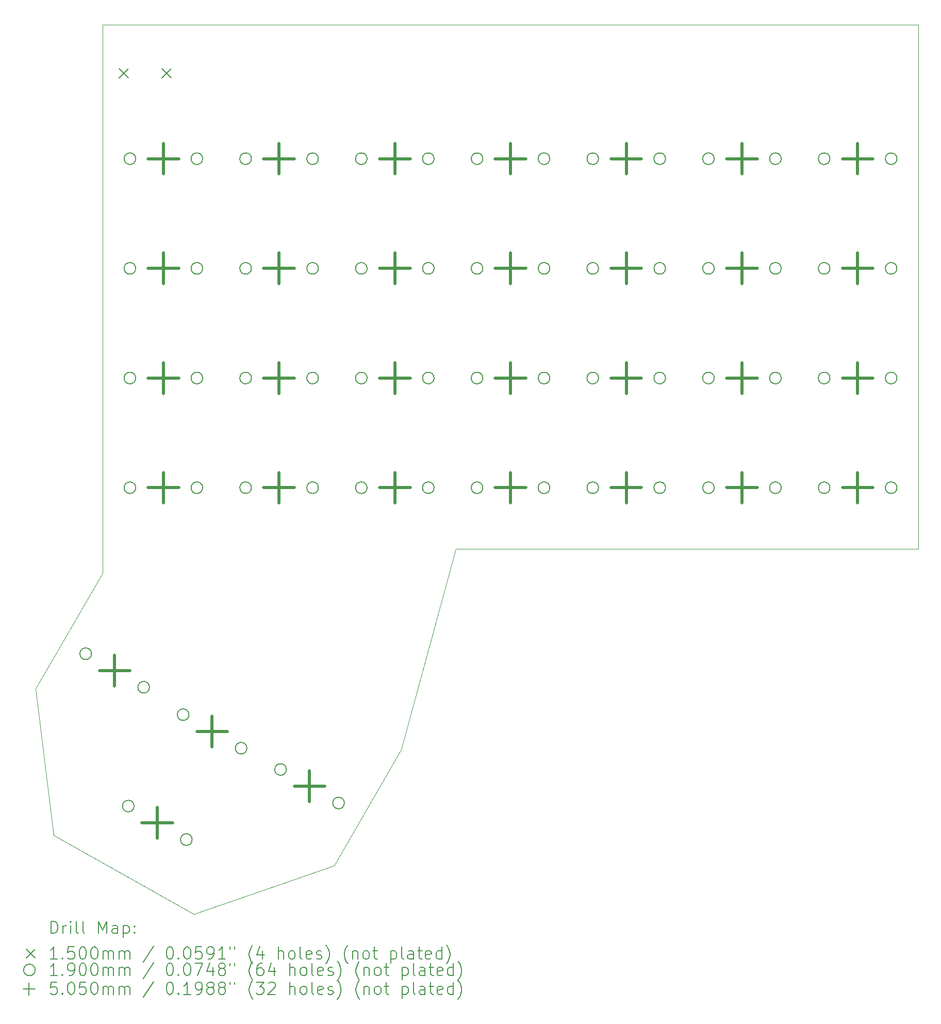
<source format=gbr>
%TF.GenerationSoftware,KiCad,Pcbnew,(6.0.11)*%
%TF.CreationDate,2023-05-24T14:32:10-07:00*%
%TF.ProjectId,keeb,6b656562-2e6b-4696-9361-645f70636258,rev?*%
%TF.SameCoordinates,Original*%
%TF.FileFunction,Drillmap*%
%TF.FilePolarity,Positive*%
%FSLAX45Y45*%
G04 Gerber Fmt 4.5, Leading zero omitted, Abs format (unit mm)*
G04 Created by KiCad (PCBNEW (6.0.11)) date 2023-05-24 14:32:10*
%MOMM*%
%LPD*%
G01*
G04 APERTURE LIST*
%ADD10C,0.100000*%
%ADD11C,0.200000*%
%ADD12C,0.150000*%
%ADD13C,0.190000*%
%ADD14C,0.505000*%
G04 APERTURE END LIST*
D10*
X7900000Y-4700000D02*
X7900000Y-3300000D01*
X13700000Y-11900000D02*
X12800000Y-15200000D01*
X9400000Y-17900000D02*
X11700000Y-17100000D01*
X7900000Y-4700000D02*
X7900000Y-12300000D01*
X21300000Y-11900000D02*
X13700000Y-11900000D01*
X7900000Y-3300000D02*
X21300000Y-3300000D01*
X12800000Y-15200000D02*
X11700000Y-17100000D01*
X21300000Y-3300000D02*
X21300000Y-11900000D01*
X7900000Y-12300000D02*
X6800000Y-14200000D01*
X7100000Y-16600000D02*
X6800000Y-14200000D01*
X9400000Y-17900000D02*
X7100000Y-16600000D01*
D11*
D12*
X8174500Y-4025000D02*
X8324500Y-4175000D01*
X8324500Y-4025000D02*
X8174500Y-4175000D01*
X8174500Y-4025000D02*
X8324500Y-4175000D01*
X8324500Y-4025000D02*
X8174500Y-4175000D01*
X8874500Y-4025000D02*
X9024500Y-4175000D01*
X9024500Y-4025000D02*
X8874500Y-4175000D01*
X8874500Y-4025000D02*
X9024500Y-4175000D01*
X9024500Y-4025000D02*
X8874500Y-4175000D01*
D13*
X7718686Y-13625000D02*
G75*
G03*
X7718686Y-13625000I-95000J0D01*
G01*
X8418686Y-16125000D02*
G75*
G03*
X8418686Y-16125000I-95000J0D01*
G01*
X8445000Y-5500000D02*
G75*
G03*
X8445000Y-5500000I-95000J0D01*
G01*
X8445000Y-7300000D02*
G75*
G03*
X8445000Y-7300000I-95000J0D01*
G01*
X8445000Y-9100000D02*
G75*
G03*
X8445000Y-9100000I-95000J0D01*
G01*
X8445000Y-10900000D02*
G75*
G03*
X8445000Y-10900000I-95000J0D01*
G01*
X8671314Y-14175000D02*
G75*
G03*
X8671314Y-14175000I-95000J0D01*
G01*
X9318686Y-14625000D02*
G75*
G03*
X9318686Y-14625000I-95000J0D01*
G01*
X9371314Y-16675000D02*
G75*
G03*
X9371314Y-16675000I-95000J0D01*
G01*
X9545000Y-5500000D02*
G75*
G03*
X9545000Y-5500000I-95000J0D01*
G01*
X9545000Y-7300000D02*
G75*
G03*
X9545000Y-7300000I-95000J0D01*
G01*
X9545000Y-9100000D02*
G75*
G03*
X9545000Y-9100000I-95000J0D01*
G01*
X9545000Y-10900000D02*
G75*
G03*
X9545000Y-10900000I-95000J0D01*
G01*
X10271314Y-15175000D02*
G75*
G03*
X10271314Y-15175000I-95000J0D01*
G01*
X10345000Y-5500000D02*
G75*
G03*
X10345000Y-5500000I-95000J0D01*
G01*
X10345000Y-7300000D02*
G75*
G03*
X10345000Y-7300000I-95000J0D01*
G01*
X10345000Y-9100000D02*
G75*
G03*
X10345000Y-9100000I-95000J0D01*
G01*
X10345000Y-10900000D02*
G75*
G03*
X10345000Y-10900000I-95000J0D01*
G01*
X10918686Y-15525000D02*
G75*
G03*
X10918686Y-15525000I-95000J0D01*
G01*
X11445000Y-5500000D02*
G75*
G03*
X11445000Y-5500000I-95000J0D01*
G01*
X11445000Y-7300000D02*
G75*
G03*
X11445000Y-7300000I-95000J0D01*
G01*
X11445000Y-9100000D02*
G75*
G03*
X11445000Y-9100000I-95000J0D01*
G01*
X11445000Y-10900000D02*
G75*
G03*
X11445000Y-10900000I-95000J0D01*
G01*
X11871314Y-16075000D02*
G75*
G03*
X11871314Y-16075000I-95000J0D01*
G01*
X12245000Y-5500000D02*
G75*
G03*
X12245000Y-5500000I-95000J0D01*
G01*
X12245000Y-7300000D02*
G75*
G03*
X12245000Y-7300000I-95000J0D01*
G01*
X12245000Y-9100000D02*
G75*
G03*
X12245000Y-9100000I-95000J0D01*
G01*
X12245000Y-10900000D02*
G75*
G03*
X12245000Y-10900000I-95000J0D01*
G01*
X13345000Y-5500000D02*
G75*
G03*
X13345000Y-5500000I-95000J0D01*
G01*
X13345000Y-7300000D02*
G75*
G03*
X13345000Y-7300000I-95000J0D01*
G01*
X13345000Y-9100000D02*
G75*
G03*
X13345000Y-9100000I-95000J0D01*
G01*
X13345000Y-10900000D02*
G75*
G03*
X13345000Y-10900000I-95000J0D01*
G01*
X14145000Y-5500000D02*
G75*
G03*
X14145000Y-5500000I-95000J0D01*
G01*
X14145000Y-7300000D02*
G75*
G03*
X14145000Y-7300000I-95000J0D01*
G01*
X14145000Y-9100000D02*
G75*
G03*
X14145000Y-9100000I-95000J0D01*
G01*
X14145000Y-10900000D02*
G75*
G03*
X14145000Y-10900000I-95000J0D01*
G01*
X15245000Y-5500000D02*
G75*
G03*
X15245000Y-5500000I-95000J0D01*
G01*
X15245000Y-7300000D02*
G75*
G03*
X15245000Y-7300000I-95000J0D01*
G01*
X15245000Y-9100000D02*
G75*
G03*
X15245000Y-9100000I-95000J0D01*
G01*
X15245000Y-10900000D02*
G75*
G03*
X15245000Y-10900000I-95000J0D01*
G01*
X16045000Y-5500000D02*
G75*
G03*
X16045000Y-5500000I-95000J0D01*
G01*
X16045000Y-7300000D02*
G75*
G03*
X16045000Y-7300000I-95000J0D01*
G01*
X16045000Y-9100000D02*
G75*
G03*
X16045000Y-9100000I-95000J0D01*
G01*
X16045000Y-10900000D02*
G75*
G03*
X16045000Y-10900000I-95000J0D01*
G01*
X17145000Y-5500000D02*
G75*
G03*
X17145000Y-5500000I-95000J0D01*
G01*
X17145000Y-7300000D02*
G75*
G03*
X17145000Y-7300000I-95000J0D01*
G01*
X17145000Y-9100000D02*
G75*
G03*
X17145000Y-9100000I-95000J0D01*
G01*
X17145000Y-10900000D02*
G75*
G03*
X17145000Y-10900000I-95000J0D01*
G01*
X17945000Y-5500000D02*
G75*
G03*
X17945000Y-5500000I-95000J0D01*
G01*
X17945000Y-7300000D02*
G75*
G03*
X17945000Y-7300000I-95000J0D01*
G01*
X17945000Y-9100000D02*
G75*
G03*
X17945000Y-9100000I-95000J0D01*
G01*
X17945000Y-10900000D02*
G75*
G03*
X17945000Y-10900000I-95000J0D01*
G01*
X19045000Y-5500000D02*
G75*
G03*
X19045000Y-5500000I-95000J0D01*
G01*
X19045000Y-7300000D02*
G75*
G03*
X19045000Y-7300000I-95000J0D01*
G01*
X19045000Y-9100000D02*
G75*
G03*
X19045000Y-9100000I-95000J0D01*
G01*
X19045000Y-10900000D02*
G75*
G03*
X19045000Y-10900000I-95000J0D01*
G01*
X19845000Y-5500000D02*
G75*
G03*
X19845000Y-5500000I-95000J0D01*
G01*
X19845000Y-7300000D02*
G75*
G03*
X19845000Y-7300000I-95000J0D01*
G01*
X19845000Y-9100000D02*
G75*
G03*
X19845000Y-9100000I-95000J0D01*
G01*
X19845000Y-10900000D02*
G75*
G03*
X19845000Y-10900000I-95000J0D01*
G01*
X20945000Y-5500000D02*
G75*
G03*
X20945000Y-5500000I-95000J0D01*
G01*
X20945000Y-7300000D02*
G75*
G03*
X20945000Y-7300000I-95000J0D01*
G01*
X20945000Y-9100000D02*
G75*
G03*
X20945000Y-9100000I-95000J0D01*
G01*
X20945000Y-10900000D02*
G75*
G03*
X20945000Y-10900000I-95000J0D01*
G01*
D14*
X8100000Y-13647500D02*
X8100000Y-14152500D01*
X7847500Y-13900000D02*
X8352500Y-13900000D01*
X8800000Y-16147500D02*
X8800000Y-16652500D01*
X8547500Y-16400000D02*
X9052500Y-16400000D01*
X8900000Y-5247500D02*
X8900000Y-5752500D01*
X8647500Y-5500000D02*
X9152500Y-5500000D01*
X8900000Y-7047500D02*
X8900000Y-7552500D01*
X8647500Y-7300000D02*
X9152500Y-7300000D01*
X8900000Y-8847500D02*
X8900000Y-9352500D01*
X8647500Y-9100000D02*
X9152500Y-9100000D01*
X8900000Y-10647500D02*
X8900000Y-11152500D01*
X8647500Y-10900000D02*
X9152500Y-10900000D01*
X9700000Y-14647500D02*
X9700000Y-15152500D01*
X9447500Y-14900000D02*
X9952500Y-14900000D01*
X10800000Y-5247500D02*
X10800000Y-5752500D01*
X10547500Y-5500000D02*
X11052500Y-5500000D01*
X10800000Y-7047500D02*
X10800000Y-7552500D01*
X10547500Y-7300000D02*
X11052500Y-7300000D01*
X10800000Y-8847500D02*
X10800000Y-9352500D01*
X10547500Y-9100000D02*
X11052500Y-9100000D01*
X10800000Y-10647500D02*
X10800000Y-11152500D01*
X10547500Y-10900000D02*
X11052500Y-10900000D01*
X11300000Y-15547500D02*
X11300000Y-16052500D01*
X11047500Y-15800000D02*
X11552500Y-15800000D01*
X12700000Y-5247500D02*
X12700000Y-5752500D01*
X12447500Y-5500000D02*
X12952500Y-5500000D01*
X12700000Y-7047500D02*
X12700000Y-7552500D01*
X12447500Y-7300000D02*
X12952500Y-7300000D01*
X12700000Y-8847500D02*
X12700000Y-9352500D01*
X12447500Y-9100000D02*
X12952500Y-9100000D01*
X12700000Y-10647500D02*
X12700000Y-11152500D01*
X12447500Y-10900000D02*
X12952500Y-10900000D01*
X14600000Y-5247500D02*
X14600000Y-5752500D01*
X14347500Y-5500000D02*
X14852500Y-5500000D01*
X14600000Y-7047500D02*
X14600000Y-7552500D01*
X14347500Y-7300000D02*
X14852500Y-7300000D01*
X14600000Y-8847500D02*
X14600000Y-9352500D01*
X14347500Y-9100000D02*
X14852500Y-9100000D01*
X14600000Y-10647500D02*
X14600000Y-11152500D01*
X14347500Y-10900000D02*
X14852500Y-10900000D01*
X16500000Y-5247500D02*
X16500000Y-5752500D01*
X16247500Y-5500000D02*
X16752500Y-5500000D01*
X16500000Y-7047500D02*
X16500000Y-7552500D01*
X16247500Y-7300000D02*
X16752500Y-7300000D01*
X16500000Y-8847500D02*
X16500000Y-9352500D01*
X16247500Y-9100000D02*
X16752500Y-9100000D01*
X16500000Y-10647500D02*
X16500000Y-11152500D01*
X16247500Y-10900000D02*
X16752500Y-10900000D01*
X18400000Y-5247500D02*
X18400000Y-5752500D01*
X18147500Y-5500000D02*
X18652500Y-5500000D01*
X18400000Y-7047500D02*
X18400000Y-7552500D01*
X18147500Y-7300000D02*
X18652500Y-7300000D01*
X18400000Y-8847500D02*
X18400000Y-9352500D01*
X18147500Y-9100000D02*
X18652500Y-9100000D01*
X18400000Y-10647500D02*
X18400000Y-11152500D01*
X18147500Y-10900000D02*
X18652500Y-10900000D01*
X20300000Y-5247500D02*
X20300000Y-5752500D01*
X20047500Y-5500000D02*
X20552500Y-5500000D01*
X20300000Y-7047500D02*
X20300000Y-7552500D01*
X20047500Y-7300000D02*
X20552500Y-7300000D01*
X20300000Y-8847500D02*
X20300000Y-9352500D01*
X20047500Y-9100000D02*
X20552500Y-9100000D01*
X20300000Y-10647500D02*
X20300000Y-11152500D01*
X20047500Y-10900000D02*
X20552500Y-10900000D01*
D11*
X7052619Y-18215476D02*
X7052619Y-18015476D01*
X7100238Y-18015476D01*
X7128809Y-18025000D01*
X7147857Y-18044048D01*
X7157381Y-18063095D01*
X7166905Y-18101190D01*
X7166905Y-18129762D01*
X7157381Y-18167857D01*
X7147857Y-18186905D01*
X7128809Y-18205952D01*
X7100238Y-18215476D01*
X7052619Y-18215476D01*
X7252619Y-18215476D02*
X7252619Y-18082143D01*
X7252619Y-18120238D02*
X7262143Y-18101190D01*
X7271667Y-18091667D01*
X7290714Y-18082143D01*
X7309762Y-18082143D01*
X7376428Y-18215476D02*
X7376428Y-18082143D01*
X7376428Y-18015476D02*
X7366905Y-18025000D01*
X7376428Y-18034524D01*
X7385952Y-18025000D01*
X7376428Y-18015476D01*
X7376428Y-18034524D01*
X7500238Y-18215476D02*
X7481190Y-18205952D01*
X7471667Y-18186905D01*
X7471667Y-18015476D01*
X7605000Y-18215476D02*
X7585952Y-18205952D01*
X7576428Y-18186905D01*
X7576428Y-18015476D01*
X7833571Y-18215476D02*
X7833571Y-18015476D01*
X7900238Y-18158333D01*
X7966905Y-18015476D01*
X7966905Y-18215476D01*
X8147857Y-18215476D02*
X8147857Y-18110714D01*
X8138333Y-18091667D01*
X8119286Y-18082143D01*
X8081190Y-18082143D01*
X8062143Y-18091667D01*
X8147857Y-18205952D02*
X8128809Y-18215476D01*
X8081190Y-18215476D01*
X8062143Y-18205952D01*
X8052619Y-18186905D01*
X8052619Y-18167857D01*
X8062143Y-18148810D01*
X8081190Y-18139286D01*
X8128809Y-18139286D01*
X8147857Y-18129762D01*
X8243095Y-18082143D02*
X8243095Y-18282143D01*
X8243095Y-18091667D02*
X8262143Y-18082143D01*
X8300238Y-18082143D01*
X8319286Y-18091667D01*
X8328809Y-18101190D01*
X8338333Y-18120238D01*
X8338333Y-18177381D01*
X8328809Y-18196429D01*
X8319286Y-18205952D01*
X8300238Y-18215476D01*
X8262143Y-18215476D01*
X8243095Y-18205952D01*
X8424048Y-18196429D02*
X8433571Y-18205952D01*
X8424048Y-18215476D01*
X8414524Y-18205952D01*
X8424048Y-18196429D01*
X8424048Y-18215476D01*
X8424048Y-18091667D02*
X8433571Y-18101190D01*
X8424048Y-18110714D01*
X8414524Y-18101190D01*
X8424048Y-18091667D01*
X8424048Y-18110714D01*
D12*
X6645000Y-18470000D02*
X6795000Y-18620000D01*
X6795000Y-18470000D02*
X6645000Y-18620000D01*
D11*
X7157381Y-18635476D02*
X7043095Y-18635476D01*
X7100238Y-18635476D02*
X7100238Y-18435476D01*
X7081190Y-18464048D01*
X7062143Y-18483095D01*
X7043095Y-18492619D01*
X7243095Y-18616429D02*
X7252619Y-18625952D01*
X7243095Y-18635476D01*
X7233571Y-18625952D01*
X7243095Y-18616429D01*
X7243095Y-18635476D01*
X7433571Y-18435476D02*
X7338333Y-18435476D01*
X7328809Y-18530714D01*
X7338333Y-18521190D01*
X7357381Y-18511667D01*
X7405000Y-18511667D01*
X7424048Y-18521190D01*
X7433571Y-18530714D01*
X7443095Y-18549762D01*
X7443095Y-18597381D01*
X7433571Y-18616429D01*
X7424048Y-18625952D01*
X7405000Y-18635476D01*
X7357381Y-18635476D01*
X7338333Y-18625952D01*
X7328809Y-18616429D01*
X7566905Y-18435476D02*
X7585952Y-18435476D01*
X7605000Y-18445000D01*
X7614524Y-18454524D01*
X7624048Y-18473571D01*
X7633571Y-18511667D01*
X7633571Y-18559286D01*
X7624048Y-18597381D01*
X7614524Y-18616429D01*
X7605000Y-18625952D01*
X7585952Y-18635476D01*
X7566905Y-18635476D01*
X7547857Y-18625952D01*
X7538333Y-18616429D01*
X7528809Y-18597381D01*
X7519286Y-18559286D01*
X7519286Y-18511667D01*
X7528809Y-18473571D01*
X7538333Y-18454524D01*
X7547857Y-18445000D01*
X7566905Y-18435476D01*
X7757381Y-18435476D02*
X7776428Y-18435476D01*
X7795476Y-18445000D01*
X7805000Y-18454524D01*
X7814524Y-18473571D01*
X7824048Y-18511667D01*
X7824048Y-18559286D01*
X7814524Y-18597381D01*
X7805000Y-18616429D01*
X7795476Y-18625952D01*
X7776428Y-18635476D01*
X7757381Y-18635476D01*
X7738333Y-18625952D01*
X7728809Y-18616429D01*
X7719286Y-18597381D01*
X7709762Y-18559286D01*
X7709762Y-18511667D01*
X7719286Y-18473571D01*
X7728809Y-18454524D01*
X7738333Y-18445000D01*
X7757381Y-18435476D01*
X7909762Y-18635476D02*
X7909762Y-18502143D01*
X7909762Y-18521190D02*
X7919286Y-18511667D01*
X7938333Y-18502143D01*
X7966905Y-18502143D01*
X7985952Y-18511667D01*
X7995476Y-18530714D01*
X7995476Y-18635476D01*
X7995476Y-18530714D02*
X8005000Y-18511667D01*
X8024048Y-18502143D01*
X8052619Y-18502143D01*
X8071667Y-18511667D01*
X8081190Y-18530714D01*
X8081190Y-18635476D01*
X8176428Y-18635476D02*
X8176428Y-18502143D01*
X8176428Y-18521190D02*
X8185952Y-18511667D01*
X8205000Y-18502143D01*
X8233571Y-18502143D01*
X8252619Y-18511667D01*
X8262143Y-18530714D01*
X8262143Y-18635476D01*
X8262143Y-18530714D02*
X8271667Y-18511667D01*
X8290714Y-18502143D01*
X8319286Y-18502143D01*
X8338333Y-18511667D01*
X8347857Y-18530714D01*
X8347857Y-18635476D01*
X8738333Y-18425952D02*
X8566905Y-18683095D01*
X8995476Y-18435476D02*
X9014524Y-18435476D01*
X9033571Y-18445000D01*
X9043095Y-18454524D01*
X9052619Y-18473571D01*
X9062143Y-18511667D01*
X9062143Y-18559286D01*
X9052619Y-18597381D01*
X9043095Y-18616429D01*
X9033571Y-18625952D01*
X9014524Y-18635476D01*
X8995476Y-18635476D01*
X8976429Y-18625952D01*
X8966905Y-18616429D01*
X8957381Y-18597381D01*
X8947857Y-18559286D01*
X8947857Y-18511667D01*
X8957381Y-18473571D01*
X8966905Y-18454524D01*
X8976429Y-18445000D01*
X8995476Y-18435476D01*
X9147857Y-18616429D02*
X9157381Y-18625952D01*
X9147857Y-18635476D01*
X9138333Y-18625952D01*
X9147857Y-18616429D01*
X9147857Y-18635476D01*
X9281190Y-18435476D02*
X9300238Y-18435476D01*
X9319286Y-18445000D01*
X9328810Y-18454524D01*
X9338333Y-18473571D01*
X9347857Y-18511667D01*
X9347857Y-18559286D01*
X9338333Y-18597381D01*
X9328810Y-18616429D01*
X9319286Y-18625952D01*
X9300238Y-18635476D01*
X9281190Y-18635476D01*
X9262143Y-18625952D01*
X9252619Y-18616429D01*
X9243095Y-18597381D01*
X9233571Y-18559286D01*
X9233571Y-18511667D01*
X9243095Y-18473571D01*
X9252619Y-18454524D01*
X9262143Y-18445000D01*
X9281190Y-18435476D01*
X9528810Y-18435476D02*
X9433571Y-18435476D01*
X9424048Y-18530714D01*
X9433571Y-18521190D01*
X9452619Y-18511667D01*
X9500238Y-18511667D01*
X9519286Y-18521190D01*
X9528810Y-18530714D01*
X9538333Y-18549762D01*
X9538333Y-18597381D01*
X9528810Y-18616429D01*
X9519286Y-18625952D01*
X9500238Y-18635476D01*
X9452619Y-18635476D01*
X9433571Y-18625952D01*
X9424048Y-18616429D01*
X9633571Y-18635476D02*
X9671667Y-18635476D01*
X9690714Y-18625952D01*
X9700238Y-18616429D01*
X9719286Y-18587857D01*
X9728810Y-18549762D01*
X9728810Y-18473571D01*
X9719286Y-18454524D01*
X9709762Y-18445000D01*
X9690714Y-18435476D01*
X9652619Y-18435476D01*
X9633571Y-18445000D01*
X9624048Y-18454524D01*
X9614524Y-18473571D01*
X9614524Y-18521190D01*
X9624048Y-18540238D01*
X9633571Y-18549762D01*
X9652619Y-18559286D01*
X9690714Y-18559286D01*
X9709762Y-18549762D01*
X9719286Y-18540238D01*
X9728810Y-18521190D01*
X9919286Y-18635476D02*
X9805000Y-18635476D01*
X9862143Y-18635476D02*
X9862143Y-18435476D01*
X9843095Y-18464048D01*
X9824048Y-18483095D01*
X9805000Y-18492619D01*
X9995476Y-18435476D02*
X9995476Y-18473571D01*
X10071667Y-18435476D02*
X10071667Y-18473571D01*
X10366905Y-18711667D02*
X10357381Y-18702143D01*
X10338333Y-18673571D01*
X10328810Y-18654524D01*
X10319286Y-18625952D01*
X10309762Y-18578333D01*
X10309762Y-18540238D01*
X10319286Y-18492619D01*
X10328810Y-18464048D01*
X10338333Y-18445000D01*
X10357381Y-18416429D01*
X10366905Y-18406905D01*
X10528810Y-18502143D02*
X10528810Y-18635476D01*
X10481190Y-18425952D02*
X10433571Y-18568810D01*
X10557381Y-18568810D01*
X10785952Y-18635476D02*
X10785952Y-18435476D01*
X10871667Y-18635476D02*
X10871667Y-18530714D01*
X10862143Y-18511667D01*
X10843095Y-18502143D01*
X10814524Y-18502143D01*
X10795476Y-18511667D01*
X10785952Y-18521190D01*
X10995476Y-18635476D02*
X10976429Y-18625952D01*
X10966905Y-18616429D01*
X10957381Y-18597381D01*
X10957381Y-18540238D01*
X10966905Y-18521190D01*
X10976429Y-18511667D01*
X10995476Y-18502143D01*
X11024048Y-18502143D01*
X11043095Y-18511667D01*
X11052619Y-18521190D01*
X11062143Y-18540238D01*
X11062143Y-18597381D01*
X11052619Y-18616429D01*
X11043095Y-18625952D01*
X11024048Y-18635476D01*
X10995476Y-18635476D01*
X11176429Y-18635476D02*
X11157381Y-18625952D01*
X11147857Y-18606905D01*
X11147857Y-18435476D01*
X11328809Y-18625952D02*
X11309762Y-18635476D01*
X11271667Y-18635476D01*
X11252619Y-18625952D01*
X11243095Y-18606905D01*
X11243095Y-18530714D01*
X11252619Y-18511667D01*
X11271667Y-18502143D01*
X11309762Y-18502143D01*
X11328809Y-18511667D01*
X11338333Y-18530714D01*
X11338333Y-18549762D01*
X11243095Y-18568810D01*
X11414524Y-18625952D02*
X11433571Y-18635476D01*
X11471667Y-18635476D01*
X11490714Y-18625952D01*
X11500238Y-18606905D01*
X11500238Y-18597381D01*
X11490714Y-18578333D01*
X11471667Y-18568810D01*
X11443095Y-18568810D01*
X11424048Y-18559286D01*
X11414524Y-18540238D01*
X11414524Y-18530714D01*
X11424048Y-18511667D01*
X11443095Y-18502143D01*
X11471667Y-18502143D01*
X11490714Y-18511667D01*
X11566905Y-18711667D02*
X11576428Y-18702143D01*
X11595476Y-18673571D01*
X11605000Y-18654524D01*
X11614524Y-18625952D01*
X11624048Y-18578333D01*
X11624048Y-18540238D01*
X11614524Y-18492619D01*
X11605000Y-18464048D01*
X11595476Y-18445000D01*
X11576428Y-18416429D01*
X11566905Y-18406905D01*
X11928809Y-18711667D02*
X11919286Y-18702143D01*
X11900238Y-18673571D01*
X11890714Y-18654524D01*
X11881190Y-18625952D01*
X11871667Y-18578333D01*
X11871667Y-18540238D01*
X11881190Y-18492619D01*
X11890714Y-18464048D01*
X11900238Y-18445000D01*
X11919286Y-18416429D01*
X11928809Y-18406905D01*
X12005000Y-18502143D02*
X12005000Y-18635476D01*
X12005000Y-18521190D02*
X12014524Y-18511667D01*
X12033571Y-18502143D01*
X12062143Y-18502143D01*
X12081190Y-18511667D01*
X12090714Y-18530714D01*
X12090714Y-18635476D01*
X12214524Y-18635476D02*
X12195476Y-18625952D01*
X12185952Y-18616429D01*
X12176428Y-18597381D01*
X12176428Y-18540238D01*
X12185952Y-18521190D01*
X12195476Y-18511667D01*
X12214524Y-18502143D01*
X12243095Y-18502143D01*
X12262143Y-18511667D01*
X12271667Y-18521190D01*
X12281190Y-18540238D01*
X12281190Y-18597381D01*
X12271667Y-18616429D01*
X12262143Y-18625952D01*
X12243095Y-18635476D01*
X12214524Y-18635476D01*
X12338333Y-18502143D02*
X12414524Y-18502143D01*
X12366905Y-18435476D02*
X12366905Y-18606905D01*
X12376428Y-18625952D01*
X12395476Y-18635476D01*
X12414524Y-18635476D01*
X12633571Y-18502143D02*
X12633571Y-18702143D01*
X12633571Y-18511667D02*
X12652619Y-18502143D01*
X12690714Y-18502143D01*
X12709762Y-18511667D01*
X12719286Y-18521190D01*
X12728809Y-18540238D01*
X12728809Y-18597381D01*
X12719286Y-18616429D01*
X12709762Y-18625952D01*
X12690714Y-18635476D01*
X12652619Y-18635476D01*
X12633571Y-18625952D01*
X12843095Y-18635476D02*
X12824048Y-18625952D01*
X12814524Y-18606905D01*
X12814524Y-18435476D01*
X13005000Y-18635476D02*
X13005000Y-18530714D01*
X12995476Y-18511667D01*
X12976428Y-18502143D01*
X12938333Y-18502143D01*
X12919286Y-18511667D01*
X13005000Y-18625952D02*
X12985952Y-18635476D01*
X12938333Y-18635476D01*
X12919286Y-18625952D01*
X12909762Y-18606905D01*
X12909762Y-18587857D01*
X12919286Y-18568810D01*
X12938333Y-18559286D01*
X12985952Y-18559286D01*
X13005000Y-18549762D01*
X13071667Y-18502143D02*
X13147857Y-18502143D01*
X13100238Y-18435476D02*
X13100238Y-18606905D01*
X13109762Y-18625952D01*
X13128809Y-18635476D01*
X13147857Y-18635476D01*
X13290714Y-18625952D02*
X13271667Y-18635476D01*
X13233571Y-18635476D01*
X13214524Y-18625952D01*
X13205000Y-18606905D01*
X13205000Y-18530714D01*
X13214524Y-18511667D01*
X13233571Y-18502143D01*
X13271667Y-18502143D01*
X13290714Y-18511667D01*
X13300238Y-18530714D01*
X13300238Y-18549762D01*
X13205000Y-18568810D01*
X13471667Y-18635476D02*
X13471667Y-18435476D01*
X13471667Y-18625952D02*
X13452619Y-18635476D01*
X13414524Y-18635476D01*
X13395476Y-18625952D01*
X13385952Y-18616429D01*
X13376428Y-18597381D01*
X13376428Y-18540238D01*
X13385952Y-18521190D01*
X13395476Y-18511667D01*
X13414524Y-18502143D01*
X13452619Y-18502143D01*
X13471667Y-18511667D01*
X13547857Y-18711667D02*
X13557381Y-18702143D01*
X13576428Y-18673571D01*
X13585952Y-18654524D01*
X13595476Y-18625952D01*
X13605000Y-18578333D01*
X13605000Y-18540238D01*
X13595476Y-18492619D01*
X13585952Y-18464048D01*
X13576428Y-18445000D01*
X13557381Y-18416429D01*
X13547857Y-18406905D01*
D13*
X6795000Y-18815000D02*
G75*
G03*
X6795000Y-18815000I-95000J0D01*
G01*
D11*
X7157381Y-18905476D02*
X7043095Y-18905476D01*
X7100238Y-18905476D02*
X7100238Y-18705476D01*
X7081190Y-18734048D01*
X7062143Y-18753095D01*
X7043095Y-18762619D01*
X7243095Y-18886429D02*
X7252619Y-18895952D01*
X7243095Y-18905476D01*
X7233571Y-18895952D01*
X7243095Y-18886429D01*
X7243095Y-18905476D01*
X7347857Y-18905476D02*
X7385952Y-18905476D01*
X7405000Y-18895952D01*
X7414524Y-18886429D01*
X7433571Y-18857857D01*
X7443095Y-18819762D01*
X7443095Y-18743571D01*
X7433571Y-18724524D01*
X7424048Y-18715000D01*
X7405000Y-18705476D01*
X7366905Y-18705476D01*
X7347857Y-18715000D01*
X7338333Y-18724524D01*
X7328809Y-18743571D01*
X7328809Y-18791190D01*
X7338333Y-18810238D01*
X7347857Y-18819762D01*
X7366905Y-18829286D01*
X7405000Y-18829286D01*
X7424048Y-18819762D01*
X7433571Y-18810238D01*
X7443095Y-18791190D01*
X7566905Y-18705476D02*
X7585952Y-18705476D01*
X7605000Y-18715000D01*
X7614524Y-18724524D01*
X7624048Y-18743571D01*
X7633571Y-18781667D01*
X7633571Y-18829286D01*
X7624048Y-18867381D01*
X7614524Y-18886429D01*
X7605000Y-18895952D01*
X7585952Y-18905476D01*
X7566905Y-18905476D01*
X7547857Y-18895952D01*
X7538333Y-18886429D01*
X7528809Y-18867381D01*
X7519286Y-18829286D01*
X7519286Y-18781667D01*
X7528809Y-18743571D01*
X7538333Y-18724524D01*
X7547857Y-18715000D01*
X7566905Y-18705476D01*
X7757381Y-18705476D02*
X7776428Y-18705476D01*
X7795476Y-18715000D01*
X7805000Y-18724524D01*
X7814524Y-18743571D01*
X7824048Y-18781667D01*
X7824048Y-18829286D01*
X7814524Y-18867381D01*
X7805000Y-18886429D01*
X7795476Y-18895952D01*
X7776428Y-18905476D01*
X7757381Y-18905476D01*
X7738333Y-18895952D01*
X7728809Y-18886429D01*
X7719286Y-18867381D01*
X7709762Y-18829286D01*
X7709762Y-18781667D01*
X7719286Y-18743571D01*
X7728809Y-18724524D01*
X7738333Y-18715000D01*
X7757381Y-18705476D01*
X7909762Y-18905476D02*
X7909762Y-18772143D01*
X7909762Y-18791190D02*
X7919286Y-18781667D01*
X7938333Y-18772143D01*
X7966905Y-18772143D01*
X7985952Y-18781667D01*
X7995476Y-18800714D01*
X7995476Y-18905476D01*
X7995476Y-18800714D02*
X8005000Y-18781667D01*
X8024048Y-18772143D01*
X8052619Y-18772143D01*
X8071667Y-18781667D01*
X8081190Y-18800714D01*
X8081190Y-18905476D01*
X8176428Y-18905476D02*
X8176428Y-18772143D01*
X8176428Y-18791190D02*
X8185952Y-18781667D01*
X8205000Y-18772143D01*
X8233571Y-18772143D01*
X8252619Y-18781667D01*
X8262143Y-18800714D01*
X8262143Y-18905476D01*
X8262143Y-18800714D02*
X8271667Y-18781667D01*
X8290714Y-18772143D01*
X8319286Y-18772143D01*
X8338333Y-18781667D01*
X8347857Y-18800714D01*
X8347857Y-18905476D01*
X8738333Y-18695952D02*
X8566905Y-18953095D01*
X8995476Y-18705476D02*
X9014524Y-18705476D01*
X9033571Y-18715000D01*
X9043095Y-18724524D01*
X9052619Y-18743571D01*
X9062143Y-18781667D01*
X9062143Y-18829286D01*
X9052619Y-18867381D01*
X9043095Y-18886429D01*
X9033571Y-18895952D01*
X9014524Y-18905476D01*
X8995476Y-18905476D01*
X8976429Y-18895952D01*
X8966905Y-18886429D01*
X8957381Y-18867381D01*
X8947857Y-18829286D01*
X8947857Y-18781667D01*
X8957381Y-18743571D01*
X8966905Y-18724524D01*
X8976429Y-18715000D01*
X8995476Y-18705476D01*
X9147857Y-18886429D02*
X9157381Y-18895952D01*
X9147857Y-18905476D01*
X9138333Y-18895952D01*
X9147857Y-18886429D01*
X9147857Y-18905476D01*
X9281190Y-18705476D02*
X9300238Y-18705476D01*
X9319286Y-18715000D01*
X9328810Y-18724524D01*
X9338333Y-18743571D01*
X9347857Y-18781667D01*
X9347857Y-18829286D01*
X9338333Y-18867381D01*
X9328810Y-18886429D01*
X9319286Y-18895952D01*
X9300238Y-18905476D01*
X9281190Y-18905476D01*
X9262143Y-18895952D01*
X9252619Y-18886429D01*
X9243095Y-18867381D01*
X9233571Y-18829286D01*
X9233571Y-18781667D01*
X9243095Y-18743571D01*
X9252619Y-18724524D01*
X9262143Y-18715000D01*
X9281190Y-18705476D01*
X9414524Y-18705476D02*
X9547857Y-18705476D01*
X9462143Y-18905476D01*
X9709762Y-18772143D02*
X9709762Y-18905476D01*
X9662143Y-18695952D02*
X9614524Y-18838810D01*
X9738333Y-18838810D01*
X9843095Y-18791190D02*
X9824048Y-18781667D01*
X9814524Y-18772143D01*
X9805000Y-18753095D01*
X9805000Y-18743571D01*
X9814524Y-18724524D01*
X9824048Y-18715000D01*
X9843095Y-18705476D01*
X9881190Y-18705476D01*
X9900238Y-18715000D01*
X9909762Y-18724524D01*
X9919286Y-18743571D01*
X9919286Y-18753095D01*
X9909762Y-18772143D01*
X9900238Y-18781667D01*
X9881190Y-18791190D01*
X9843095Y-18791190D01*
X9824048Y-18800714D01*
X9814524Y-18810238D01*
X9805000Y-18829286D01*
X9805000Y-18867381D01*
X9814524Y-18886429D01*
X9824048Y-18895952D01*
X9843095Y-18905476D01*
X9881190Y-18905476D01*
X9900238Y-18895952D01*
X9909762Y-18886429D01*
X9919286Y-18867381D01*
X9919286Y-18829286D01*
X9909762Y-18810238D01*
X9900238Y-18800714D01*
X9881190Y-18791190D01*
X9995476Y-18705476D02*
X9995476Y-18743571D01*
X10071667Y-18705476D02*
X10071667Y-18743571D01*
X10366905Y-18981667D02*
X10357381Y-18972143D01*
X10338333Y-18943571D01*
X10328810Y-18924524D01*
X10319286Y-18895952D01*
X10309762Y-18848333D01*
X10309762Y-18810238D01*
X10319286Y-18762619D01*
X10328810Y-18734048D01*
X10338333Y-18715000D01*
X10357381Y-18686429D01*
X10366905Y-18676905D01*
X10528810Y-18705476D02*
X10490714Y-18705476D01*
X10471667Y-18715000D01*
X10462143Y-18724524D01*
X10443095Y-18753095D01*
X10433571Y-18791190D01*
X10433571Y-18867381D01*
X10443095Y-18886429D01*
X10452619Y-18895952D01*
X10471667Y-18905476D01*
X10509762Y-18905476D01*
X10528810Y-18895952D01*
X10538333Y-18886429D01*
X10547857Y-18867381D01*
X10547857Y-18819762D01*
X10538333Y-18800714D01*
X10528810Y-18791190D01*
X10509762Y-18781667D01*
X10471667Y-18781667D01*
X10452619Y-18791190D01*
X10443095Y-18800714D01*
X10433571Y-18819762D01*
X10719286Y-18772143D02*
X10719286Y-18905476D01*
X10671667Y-18695952D02*
X10624048Y-18838810D01*
X10747857Y-18838810D01*
X10976429Y-18905476D02*
X10976429Y-18705476D01*
X11062143Y-18905476D02*
X11062143Y-18800714D01*
X11052619Y-18781667D01*
X11033571Y-18772143D01*
X11005000Y-18772143D01*
X10985952Y-18781667D01*
X10976429Y-18791190D01*
X11185952Y-18905476D02*
X11166905Y-18895952D01*
X11157381Y-18886429D01*
X11147857Y-18867381D01*
X11147857Y-18810238D01*
X11157381Y-18791190D01*
X11166905Y-18781667D01*
X11185952Y-18772143D01*
X11214524Y-18772143D01*
X11233571Y-18781667D01*
X11243095Y-18791190D01*
X11252619Y-18810238D01*
X11252619Y-18867381D01*
X11243095Y-18886429D01*
X11233571Y-18895952D01*
X11214524Y-18905476D01*
X11185952Y-18905476D01*
X11366905Y-18905476D02*
X11347857Y-18895952D01*
X11338333Y-18876905D01*
X11338333Y-18705476D01*
X11519286Y-18895952D02*
X11500238Y-18905476D01*
X11462143Y-18905476D01*
X11443095Y-18895952D01*
X11433571Y-18876905D01*
X11433571Y-18800714D01*
X11443095Y-18781667D01*
X11462143Y-18772143D01*
X11500238Y-18772143D01*
X11519286Y-18781667D01*
X11528809Y-18800714D01*
X11528809Y-18819762D01*
X11433571Y-18838810D01*
X11605000Y-18895952D02*
X11624048Y-18905476D01*
X11662143Y-18905476D01*
X11681190Y-18895952D01*
X11690714Y-18876905D01*
X11690714Y-18867381D01*
X11681190Y-18848333D01*
X11662143Y-18838810D01*
X11633571Y-18838810D01*
X11614524Y-18829286D01*
X11605000Y-18810238D01*
X11605000Y-18800714D01*
X11614524Y-18781667D01*
X11633571Y-18772143D01*
X11662143Y-18772143D01*
X11681190Y-18781667D01*
X11757381Y-18981667D02*
X11766905Y-18972143D01*
X11785952Y-18943571D01*
X11795476Y-18924524D01*
X11805000Y-18895952D01*
X11814524Y-18848333D01*
X11814524Y-18810238D01*
X11805000Y-18762619D01*
X11795476Y-18734048D01*
X11785952Y-18715000D01*
X11766905Y-18686429D01*
X11757381Y-18676905D01*
X12119286Y-18981667D02*
X12109762Y-18972143D01*
X12090714Y-18943571D01*
X12081190Y-18924524D01*
X12071667Y-18895952D01*
X12062143Y-18848333D01*
X12062143Y-18810238D01*
X12071667Y-18762619D01*
X12081190Y-18734048D01*
X12090714Y-18715000D01*
X12109762Y-18686429D01*
X12119286Y-18676905D01*
X12195476Y-18772143D02*
X12195476Y-18905476D01*
X12195476Y-18791190D02*
X12205000Y-18781667D01*
X12224048Y-18772143D01*
X12252619Y-18772143D01*
X12271667Y-18781667D01*
X12281190Y-18800714D01*
X12281190Y-18905476D01*
X12405000Y-18905476D02*
X12385952Y-18895952D01*
X12376428Y-18886429D01*
X12366905Y-18867381D01*
X12366905Y-18810238D01*
X12376428Y-18791190D01*
X12385952Y-18781667D01*
X12405000Y-18772143D01*
X12433571Y-18772143D01*
X12452619Y-18781667D01*
X12462143Y-18791190D01*
X12471667Y-18810238D01*
X12471667Y-18867381D01*
X12462143Y-18886429D01*
X12452619Y-18895952D01*
X12433571Y-18905476D01*
X12405000Y-18905476D01*
X12528809Y-18772143D02*
X12605000Y-18772143D01*
X12557381Y-18705476D02*
X12557381Y-18876905D01*
X12566905Y-18895952D01*
X12585952Y-18905476D01*
X12605000Y-18905476D01*
X12824048Y-18772143D02*
X12824048Y-18972143D01*
X12824048Y-18781667D02*
X12843095Y-18772143D01*
X12881190Y-18772143D01*
X12900238Y-18781667D01*
X12909762Y-18791190D01*
X12919286Y-18810238D01*
X12919286Y-18867381D01*
X12909762Y-18886429D01*
X12900238Y-18895952D01*
X12881190Y-18905476D01*
X12843095Y-18905476D01*
X12824048Y-18895952D01*
X13033571Y-18905476D02*
X13014524Y-18895952D01*
X13005000Y-18876905D01*
X13005000Y-18705476D01*
X13195476Y-18905476D02*
X13195476Y-18800714D01*
X13185952Y-18781667D01*
X13166905Y-18772143D01*
X13128809Y-18772143D01*
X13109762Y-18781667D01*
X13195476Y-18895952D02*
X13176428Y-18905476D01*
X13128809Y-18905476D01*
X13109762Y-18895952D01*
X13100238Y-18876905D01*
X13100238Y-18857857D01*
X13109762Y-18838810D01*
X13128809Y-18829286D01*
X13176428Y-18829286D01*
X13195476Y-18819762D01*
X13262143Y-18772143D02*
X13338333Y-18772143D01*
X13290714Y-18705476D02*
X13290714Y-18876905D01*
X13300238Y-18895952D01*
X13319286Y-18905476D01*
X13338333Y-18905476D01*
X13481190Y-18895952D02*
X13462143Y-18905476D01*
X13424048Y-18905476D01*
X13405000Y-18895952D01*
X13395476Y-18876905D01*
X13395476Y-18800714D01*
X13405000Y-18781667D01*
X13424048Y-18772143D01*
X13462143Y-18772143D01*
X13481190Y-18781667D01*
X13490714Y-18800714D01*
X13490714Y-18819762D01*
X13395476Y-18838810D01*
X13662143Y-18905476D02*
X13662143Y-18705476D01*
X13662143Y-18895952D02*
X13643095Y-18905476D01*
X13605000Y-18905476D01*
X13585952Y-18895952D01*
X13576428Y-18886429D01*
X13566905Y-18867381D01*
X13566905Y-18810238D01*
X13576428Y-18791190D01*
X13585952Y-18781667D01*
X13605000Y-18772143D01*
X13643095Y-18772143D01*
X13662143Y-18781667D01*
X13738333Y-18981667D02*
X13747857Y-18972143D01*
X13766905Y-18943571D01*
X13776428Y-18924524D01*
X13785952Y-18895952D01*
X13795476Y-18848333D01*
X13795476Y-18810238D01*
X13785952Y-18762619D01*
X13776428Y-18734048D01*
X13766905Y-18715000D01*
X13747857Y-18686429D01*
X13738333Y-18676905D01*
X6695000Y-19025000D02*
X6695000Y-19225000D01*
X6595000Y-19125000D02*
X6795000Y-19125000D01*
X7147857Y-19015476D02*
X7052619Y-19015476D01*
X7043095Y-19110714D01*
X7052619Y-19101190D01*
X7071667Y-19091667D01*
X7119286Y-19091667D01*
X7138333Y-19101190D01*
X7147857Y-19110714D01*
X7157381Y-19129762D01*
X7157381Y-19177381D01*
X7147857Y-19196429D01*
X7138333Y-19205952D01*
X7119286Y-19215476D01*
X7071667Y-19215476D01*
X7052619Y-19205952D01*
X7043095Y-19196429D01*
X7243095Y-19196429D02*
X7252619Y-19205952D01*
X7243095Y-19215476D01*
X7233571Y-19205952D01*
X7243095Y-19196429D01*
X7243095Y-19215476D01*
X7376428Y-19015476D02*
X7395476Y-19015476D01*
X7414524Y-19025000D01*
X7424048Y-19034524D01*
X7433571Y-19053571D01*
X7443095Y-19091667D01*
X7443095Y-19139286D01*
X7433571Y-19177381D01*
X7424048Y-19196429D01*
X7414524Y-19205952D01*
X7395476Y-19215476D01*
X7376428Y-19215476D01*
X7357381Y-19205952D01*
X7347857Y-19196429D01*
X7338333Y-19177381D01*
X7328809Y-19139286D01*
X7328809Y-19091667D01*
X7338333Y-19053571D01*
X7347857Y-19034524D01*
X7357381Y-19025000D01*
X7376428Y-19015476D01*
X7624048Y-19015476D02*
X7528809Y-19015476D01*
X7519286Y-19110714D01*
X7528809Y-19101190D01*
X7547857Y-19091667D01*
X7595476Y-19091667D01*
X7614524Y-19101190D01*
X7624048Y-19110714D01*
X7633571Y-19129762D01*
X7633571Y-19177381D01*
X7624048Y-19196429D01*
X7614524Y-19205952D01*
X7595476Y-19215476D01*
X7547857Y-19215476D01*
X7528809Y-19205952D01*
X7519286Y-19196429D01*
X7757381Y-19015476D02*
X7776428Y-19015476D01*
X7795476Y-19025000D01*
X7805000Y-19034524D01*
X7814524Y-19053571D01*
X7824048Y-19091667D01*
X7824048Y-19139286D01*
X7814524Y-19177381D01*
X7805000Y-19196429D01*
X7795476Y-19205952D01*
X7776428Y-19215476D01*
X7757381Y-19215476D01*
X7738333Y-19205952D01*
X7728809Y-19196429D01*
X7719286Y-19177381D01*
X7709762Y-19139286D01*
X7709762Y-19091667D01*
X7719286Y-19053571D01*
X7728809Y-19034524D01*
X7738333Y-19025000D01*
X7757381Y-19015476D01*
X7909762Y-19215476D02*
X7909762Y-19082143D01*
X7909762Y-19101190D02*
X7919286Y-19091667D01*
X7938333Y-19082143D01*
X7966905Y-19082143D01*
X7985952Y-19091667D01*
X7995476Y-19110714D01*
X7995476Y-19215476D01*
X7995476Y-19110714D02*
X8005000Y-19091667D01*
X8024048Y-19082143D01*
X8052619Y-19082143D01*
X8071667Y-19091667D01*
X8081190Y-19110714D01*
X8081190Y-19215476D01*
X8176428Y-19215476D02*
X8176428Y-19082143D01*
X8176428Y-19101190D02*
X8185952Y-19091667D01*
X8205000Y-19082143D01*
X8233571Y-19082143D01*
X8252619Y-19091667D01*
X8262143Y-19110714D01*
X8262143Y-19215476D01*
X8262143Y-19110714D02*
X8271667Y-19091667D01*
X8290714Y-19082143D01*
X8319286Y-19082143D01*
X8338333Y-19091667D01*
X8347857Y-19110714D01*
X8347857Y-19215476D01*
X8738333Y-19005952D02*
X8566905Y-19263095D01*
X8995476Y-19015476D02*
X9014524Y-19015476D01*
X9033571Y-19025000D01*
X9043095Y-19034524D01*
X9052619Y-19053571D01*
X9062143Y-19091667D01*
X9062143Y-19139286D01*
X9052619Y-19177381D01*
X9043095Y-19196429D01*
X9033571Y-19205952D01*
X9014524Y-19215476D01*
X8995476Y-19215476D01*
X8976429Y-19205952D01*
X8966905Y-19196429D01*
X8957381Y-19177381D01*
X8947857Y-19139286D01*
X8947857Y-19091667D01*
X8957381Y-19053571D01*
X8966905Y-19034524D01*
X8976429Y-19025000D01*
X8995476Y-19015476D01*
X9147857Y-19196429D02*
X9157381Y-19205952D01*
X9147857Y-19215476D01*
X9138333Y-19205952D01*
X9147857Y-19196429D01*
X9147857Y-19215476D01*
X9347857Y-19215476D02*
X9233571Y-19215476D01*
X9290714Y-19215476D02*
X9290714Y-19015476D01*
X9271667Y-19044048D01*
X9252619Y-19063095D01*
X9233571Y-19072619D01*
X9443095Y-19215476D02*
X9481190Y-19215476D01*
X9500238Y-19205952D01*
X9509762Y-19196429D01*
X9528810Y-19167857D01*
X9538333Y-19129762D01*
X9538333Y-19053571D01*
X9528810Y-19034524D01*
X9519286Y-19025000D01*
X9500238Y-19015476D01*
X9462143Y-19015476D01*
X9443095Y-19025000D01*
X9433571Y-19034524D01*
X9424048Y-19053571D01*
X9424048Y-19101190D01*
X9433571Y-19120238D01*
X9443095Y-19129762D01*
X9462143Y-19139286D01*
X9500238Y-19139286D01*
X9519286Y-19129762D01*
X9528810Y-19120238D01*
X9538333Y-19101190D01*
X9652619Y-19101190D02*
X9633571Y-19091667D01*
X9624048Y-19082143D01*
X9614524Y-19063095D01*
X9614524Y-19053571D01*
X9624048Y-19034524D01*
X9633571Y-19025000D01*
X9652619Y-19015476D01*
X9690714Y-19015476D01*
X9709762Y-19025000D01*
X9719286Y-19034524D01*
X9728810Y-19053571D01*
X9728810Y-19063095D01*
X9719286Y-19082143D01*
X9709762Y-19091667D01*
X9690714Y-19101190D01*
X9652619Y-19101190D01*
X9633571Y-19110714D01*
X9624048Y-19120238D01*
X9614524Y-19139286D01*
X9614524Y-19177381D01*
X9624048Y-19196429D01*
X9633571Y-19205952D01*
X9652619Y-19215476D01*
X9690714Y-19215476D01*
X9709762Y-19205952D01*
X9719286Y-19196429D01*
X9728810Y-19177381D01*
X9728810Y-19139286D01*
X9719286Y-19120238D01*
X9709762Y-19110714D01*
X9690714Y-19101190D01*
X9843095Y-19101190D02*
X9824048Y-19091667D01*
X9814524Y-19082143D01*
X9805000Y-19063095D01*
X9805000Y-19053571D01*
X9814524Y-19034524D01*
X9824048Y-19025000D01*
X9843095Y-19015476D01*
X9881190Y-19015476D01*
X9900238Y-19025000D01*
X9909762Y-19034524D01*
X9919286Y-19053571D01*
X9919286Y-19063095D01*
X9909762Y-19082143D01*
X9900238Y-19091667D01*
X9881190Y-19101190D01*
X9843095Y-19101190D01*
X9824048Y-19110714D01*
X9814524Y-19120238D01*
X9805000Y-19139286D01*
X9805000Y-19177381D01*
X9814524Y-19196429D01*
X9824048Y-19205952D01*
X9843095Y-19215476D01*
X9881190Y-19215476D01*
X9900238Y-19205952D01*
X9909762Y-19196429D01*
X9919286Y-19177381D01*
X9919286Y-19139286D01*
X9909762Y-19120238D01*
X9900238Y-19110714D01*
X9881190Y-19101190D01*
X9995476Y-19015476D02*
X9995476Y-19053571D01*
X10071667Y-19015476D02*
X10071667Y-19053571D01*
X10366905Y-19291667D02*
X10357381Y-19282143D01*
X10338333Y-19253571D01*
X10328810Y-19234524D01*
X10319286Y-19205952D01*
X10309762Y-19158333D01*
X10309762Y-19120238D01*
X10319286Y-19072619D01*
X10328810Y-19044048D01*
X10338333Y-19025000D01*
X10357381Y-18996429D01*
X10366905Y-18986905D01*
X10424048Y-19015476D02*
X10547857Y-19015476D01*
X10481190Y-19091667D01*
X10509762Y-19091667D01*
X10528810Y-19101190D01*
X10538333Y-19110714D01*
X10547857Y-19129762D01*
X10547857Y-19177381D01*
X10538333Y-19196429D01*
X10528810Y-19205952D01*
X10509762Y-19215476D01*
X10452619Y-19215476D01*
X10433571Y-19205952D01*
X10424048Y-19196429D01*
X10624048Y-19034524D02*
X10633571Y-19025000D01*
X10652619Y-19015476D01*
X10700238Y-19015476D01*
X10719286Y-19025000D01*
X10728810Y-19034524D01*
X10738333Y-19053571D01*
X10738333Y-19072619D01*
X10728810Y-19101190D01*
X10614524Y-19215476D01*
X10738333Y-19215476D01*
X10976429Y-19215476D02*
X10976429Y-19015476D01*
X11062143Y-19215476D02*
X11062143Y-19110714D01*
X11052619Y-19091667D01*
X11033571Y-19082143D01*
X11005000Y-19082143D01*
X10985952Y-19091667D01*
X10976429Y-19101190D01*
X11185952Y-19215476D02*
X11166905Y-19205952D01*
X11157381Y-19196429D01*
X11147857Y-19177381D01*
X11147857Y-19120238D01*
X11157381Y-19101190D01*
X11166905Y-19091667D01*
X11185952Y-19082143D01*
X11214524Y-19082143D01*
X11233571Y-19091667D01*
X11243095Y-19101190D01*
X11252619Y-19120238D01*
X11252619Y-19177381D01*
X11243095Y-19196429D01*
X11233571Y-19205952D01*
X11214524Y-19215476D01*
X11185952Y-19215476D01*
X11366905Y-19215476D02*
X11347857Y-19205952D01*
X11338333Y-19186905D01*
X11338333Y-19015476D01*
X11519286Y-19205952D02*
X11500238Y-19215476D01*
X11462143Y-19215476D01*
X11443095Y-19205952D01*
X11433571Y-19186905D01*
X11433571Y-19110714D01*
X11443095Y-19091667D01*
X11462143Y-19082143D01*
X11500238Y-19082143D01*
X11519286Y-19091667D01*
X11528809Y-19110714D01*
X11528809Y-19129762D01*
X11433571Y-19148810D01*
X11605000Y-19205952D02*
X11624048Y-19215476D01*
X11662143Y-19215476D01*
X11681190Y-19205952D01*
X11690714Y-19186905D01*
X11690714Y-19177381D01*
X11681190Y-19158333D01*
X11662143Y-19148810D01*
X11633571Y-19148810D01*
X11614524Y-19139286D01*
X11605000Y-19120238D01*
X11605000Y-19110714D01*
X11614524Y-19091667D01*
X11633571Y-19082143D01*
X11662143Y-19082143D01*
X11681190Y-19091667D01*
X11757381Y-19291667D02*
X11766905Y-19282143D01*
X11785952Y-19253571D01*
X11795476Y-19234524D01*
X11805000Y-19205952D01*
X11814524Y-19158333D01*
X11814524Y-19120238D01*
X11805000Y-19072619D01*
X11795476Y-19044048D01*
X11785952Y-19025000D01*
X11766905Y-18996429D01*
X11757381Y-18986905D01*
X12119286Y-19291667D02*
X12109762Y-19282143D01*
X12090714Y-19253571D01*
X12081190Y-19234524D01*
X12071667Y-19205952D01*
X12062143Y-19158333D01*
X12062143Y-19120238D01*
X12071667Y-19072619D01*
X12081190Y-19044048D01*
X12090714Y-19025000D01*
X12109762Y-18996429D01*
X12119286Y-18986905D01*
X12195476Y-19082143D02*
X12195476Y-19215476D01*
X12195476Y-19101190D02*
X12205000Y-19091667D01*
X12224048Y-19082143D01*
X12252619Y-19082143D01*
X12271667Y-19091667D01*
X12281190Y-19110714D01*
X12281190Y-19215476D01*
X12405000Y-19215476D02*
X12385952Y-19205952D01*
X12376428Y-19196429D01*
X12366905Y-19177381D01*
X12366905Y-19120238D01*
X12376428Y-19101190D01*
X12385952Y-19091667D01*
X12405000Y-19082143D01*
X12433571Y-19082143D01*
X12452619Y-19091667D01*
X12462143Y-19101190D01*
X12471667Y-19120238D01*
X12471667Y-19177381D01*
X12462143Y-19196429D01*
X12452619Y-19205952D01*
X12433571Y-19215476D01*
X12405000Y-19215476D01*
X12528809Y-19082143D02*
X12605000Y-19082143D01*
X12557381Y-19015476D02*
X12557381Y-19186905D01*
X12566905Y-19205952D01*
X12585952Y-19215476D01*
X12605000Y-19215476D01*
X12824048Y-19082143D02*
X12824048Y-19282143D01*
X12824048Y-19091667D02*
X12843095Y-19082143D01*
X12881190Y-19082143D01*
X12900238Y-19091667D01*
X12909762Y-19101190D01*
X12919286Y-19120238D01*
X12919286Y-19177381D01*
X12909762Y-19196429D01*
X12900238Y-19205952D01*
X12881190Y-19215476D01*
X12843095Y-19215476D01*
X12824048Y-19205952D01*
X13033571Y-19215476D02*
X13014524Y-19205952D01*
X13005000Y-19186905D01*
X13005000Y-19015476D01*
X13195476Y-19215476D02*
X13195476Y-19110714D01*
X13185952Y-19091667D01*
X13166905Y-19082143D01*
X13128809Y-19082143D01*
X13109762Y-19091667D01*
X13195476Y-19205952D02*
X13176428Y-19215476D01*
X13128809Y-19215476D01*
X13109762Y-19205952D01*
X13100238Y-19186905D01*
X13100238Y-19167857D01*
X13109762Y-19148810D01*
X13128809Y-19139286D01*
X13176428Y-19139286D01*
X13195476Y-19129762D01*
X13262143Y-19082143D02*
X13338333Y-19082143D01*
X13290714Y-19015476D02*
X13290714Y-19186905D01*
X13300238Y-19205952D01*
X13319286Y-19215476D01*
X13338333Y-19215476D01*
X13481190Y-19205952D02*
X13462143Y-19215476D01*
X13424048Y-19215476D01*
X13405000Y-19205952D01*
X13395476Y-19186905D01*
X13395476Y-19110714D01*
X13405000Y-19091667D01*
X13424048Y-19082143D01*
X13462143Y-19082143D01*
X13481190Y-19091667D01*
X13490714Y-19110714D01*
X13490714Y-19129762D01*
X13395476Y-19148810D01*
X13662143Y-19215476D02*
X13662143Y-19015476D01*
X13662143Y-19205952D02*
X13643095Y-19215476D01*
X13605000Y-19215476D01*
X13585952Y-19205952D01*
X13576428Y-19196429D01*
X13566905Y-19177381D01*
X13566905Y-19120238D01*
X13576428Y-19101190D01*
X13585952Y-19091667D01*
X13605000Y-19082143D01*
X13643095Y-19082143D01*
X13662143Y-19091667D01*
X13738333Y-19291667D02*
X13747857Y-19282143D01*
X13766905Y-19253571D01*
X13776428Y-19234524D01*
X13785952Y-19205952D01*
X13795476Y-19158333D01*
X13795476Y-19120238D01*
X13785952Y-19072619D01*
X13776428Y-19044048D01*
X13766905Y-19025000D01*
X13747857Y-18996429D01*
X13738333Y-18986905D01*
M02*

</source>
